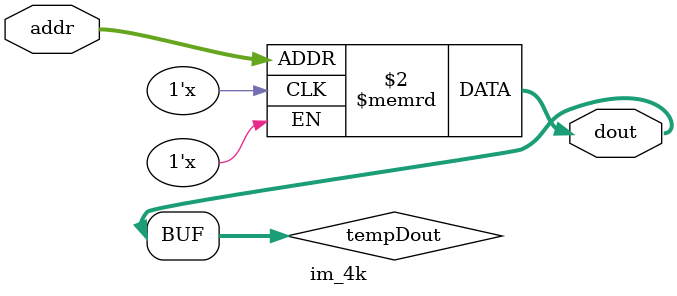
<source format=v>
module im_4k( addr, dout );
    
    input [6:0] addr;
    output [31:0] dout;
    reg [31:0] imem[2047:0];
    reg [31:0] tempDout;
    always@(addr)
    begin
        tempDout = imem[addr];
    end
    assign dout=tempDout;
endmodule    

</source>
